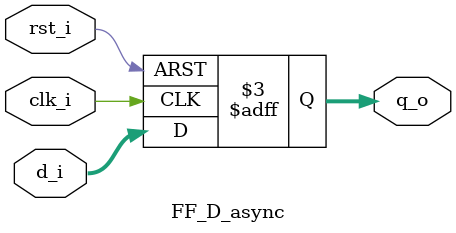
<source format=sv>
`timescale 1ns / 1ps

module FF_D_async #(parameter WIDTH = 4)
  	(
        input clk_i,
        input rst_i,
        input [WIDTH-1:0] d_i,
        
        output reg [WIDTH-1:0] q_o
    );

  always @(posedge clk_i or negedge rst_i)
        if (!rst_i) begin
            q_o <= 'hF;
        end

        else begin
            q_o <= d_i;
        end

    endmodule    
</source>
